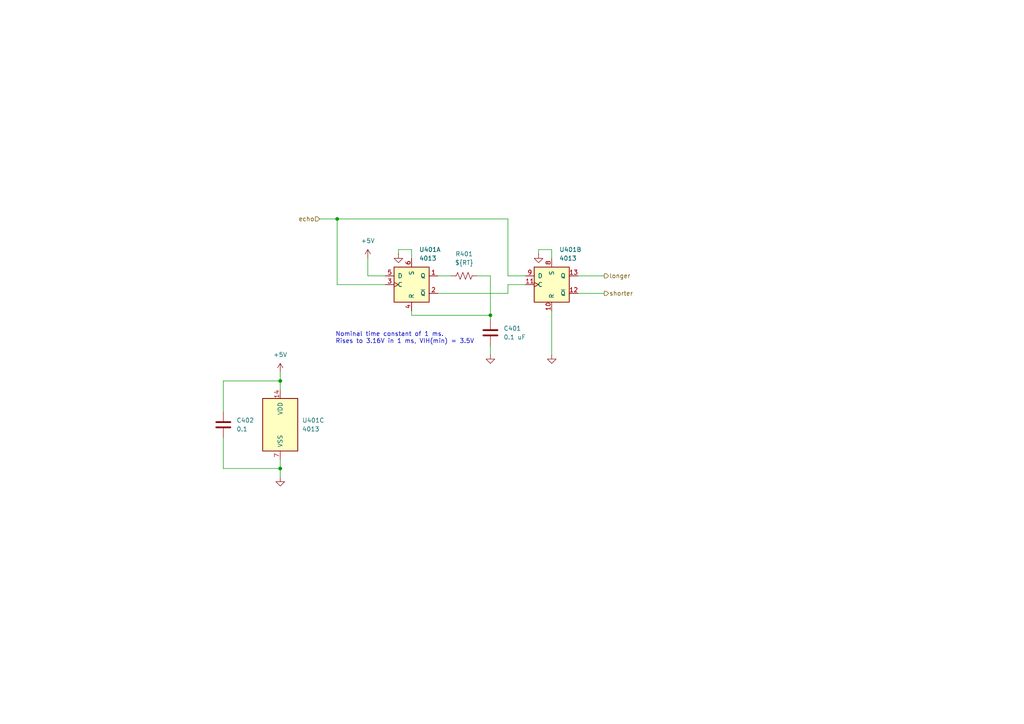
<source format=kicad_sch>
(kicad_sch
	(version 20250114)
	(generator "eeschema")
	(generator_version "9.0")
	(uuid "8c76e753-22f5-4931-903c-e3618dec590c")
	(paper "A4")
	(lib_symbols
		(symbol "4xxx:4013"
			(pin_names
				(offset 1.016)
			)
			(exclude_from_sim no)
			(in_bom yes)
			(on_board yes)
			(property "Reference" "U"
				(at -7.62 8.89 0)
				(effects
					(font
						(size 1.27 1.27)
					)
				)
			)
			(property "Value" "4013"
				(at -7.62 -8.89 0)
				(effects
					(font
						(size 1.27 1.27)
					)
				)
			)
			(property "Footprint" ""
				(at 0 0 0)
				(effects
					(font
						(size 1.27 1.27)
					)
					(hide yes)
				)
			)
			(property "Datasheet" "http://www.onsemi.com/pub/Collateral/MC14013B-D.PDF"
				(at 0 0 0)
				(effects
					(font
						(size 1.27 1.27)
					)
					(hide yes)
				)
			)
			(property "Description" "Dual D  FlipFlop, Set & reset"
				(at 0 0 0)
				(effects
					(font
						(size 1.27 1.27)
					)
					(hide yes)
				)
			)
			(property "ki_locked" ""
				(at 0 0 0)
				(effects
					(font
						(size 1.27 1.27)
					)
				)
			)
			(property "ki_keywords" "CMOS DFF"
				(at 0 0 0)
				(effects
					(font
						(size 1.27 1.27)
					)
					(hide yes)
				)
			)
			(property "ki_fp_filters" "DIP*W7.62mm* SOIC*3.9x9.9mm*P1.27mm* TSSOP*4.4x5mm*P0.65mm*"
				(at 0 0 0)
				(effects
					(font
						(size 1.27 1.27)
					)
					(hide yes)
				)
			)
			(symbol "4013_1_1"
				(rectangle
					(start -5.08 5.08)
					(end 5.08 -5.08)
					(stroke
						(width 0.254)
						(type default)
					)
					(fill
						(type background)
					)
				)
				(pin input line
					(at -7.62 2.54 0)
					(length 2.54)
					(name "D"
						(effects
							(font
								(size 1.27 1.27)
							)
						)
					)
					(number "5"
						(effects
							(font
								(size 1.27 1.27)
							)
						)
					)
				)
				(pin input clock
					(at -7.62 0 0)
					(length 2.54)
					(name "C"
						(effects
							(font
								(size 1.27 1.27)
							)
						)
					)
					(number "3"
						(effects
							(font
								(size 1.27 1.27)
							)
						)
					)
				)
				(pin input line
					(at 0 7.62 270)
					(length 2.54)
					(name "S"
						(effects
							(font
								(size 1.27 1.27)
							)
						)
					)
					(number "6"
						(effects
							(font
								(size 1.27 1.27)
							)
						)
					)
				)
				(pin input line
					(at 0 -7.62 90)
					(length 2.54)
					(name "R"
						(effects
							(font
								(size 1.27 1.27)
							)
						)
					)
					(number "4"
						(effects
							(font
								(size 1.27 1.27)
							)
						)
					)
				)
				(pin output line
					(at 7.62 2.54 180)
					(length 2.54)
					(name "Q"
						(effects
							(font
								(size 1.27 1.27)
							)
						)
					)
					(number "1"
						(effects
							(font
								(size 1.27 1.27)
							)
						)
					)
				)
				(pin output line
					(at 7.62 -2.54 180)
					(length 2.54)
					(name "~{Q}"
						(effects
							(font
								(size 1.27 1.27)
							)
						)
					)
					(number "2"
						(effects
							(font
								(size 1.27 1.27)
							)
						)
					)
				)
			)
			(symbol "4013_2_1"
				(rectangle
					(start -5.08 5.08)
					(end 5.08 -5.08)
					(stroke
						(width 0.254)
						(type default)
					)
					(fill
						(type background)
					)
				)
				(pin input line
					(at -7.62 2.54 0)
					(length 2.54)
					(name "D"
						(effects
							(font
								(size 1.27 1.27)
							)
						)
					)
					(number "9"
						(effects
							(font
								(size 1.27 1.27)
							)
						)
					)
				)
				(pin input clock
					(at -7.62 0 0)
					(length 2.54)
					(name "C"
						(effects
							(font
								(size 1.27 1.27)
							)
						)
					)
					(number "11"
						(effects
							(font
								(size 1.27 1.27)
							)
						)
					)
				)
				(pin input line
					(at 0 7.62 270)
					(length 2.54)
					(name "S"
						(effects
							(font
								(size 1.27 1.27)
							)
						)
					)
					(number "8"
						(effects
							(font
								(size 1.27 1.27)
							)
						)
					)
				)
				(pin input line
					(at 0 -7.62 90)
					(length 2.54)
					(name "R"
						(effects
							(font
								(size 1.27 1.27)
							)
						)
					)
					(number "10"
						(effects
							(font
								(size 1.27 1.27)
							)
						)
					)
				)
				(pin output line
					(at 7.62 2.54 180)
					(length 2.54)
					(name "Q"
						(effects
							(font
								(size 1.27 1.27)
							)
						)
					)
					(number "13"
						(effects
							(font
								(size 1.27 1.27)
							)
						)
					)
				)
				(pin output line
					(at 7.62 -2.54 180)
					(length 2.54)
					(name "~{Q}"
						(effects
							(font
								(size 1.27 1.27)
							)
						)
					)
					(number "12"
						(effects
							(font
								(size 1.27 1.27)
							)
						)
					)
				)
			)
			(symbol "4013_3_0"
				(pin power_in line
					(at 0 10.16 270)
					(length 2.54)
					(name "VDD"
						(effects
							(font
								(size 1.27 1.27)
							)
						)
					)
					(number "14"
						(effects
							(font
								(size 1.27 1.27)
							)
						)
					)
				)
				(pin power_in line
					(at 0 -10.16 90)
					(length 2.54)
					(name "VSS"
						(effects
							(font
								(size 1.27 1.27)
							)
						)
					)
					(number "7"
						(effects
							(font
								(size 1.27 1.27)
							)
						)
					)
				)
			)
			(symbol "4013_3_1"
				(rectangle
					(start -5.08 7.62)
					(end 5.08 -7.62)
					(stroke
						(width 0.254)
						(type default)
					)
					(fill
						(type background)
					)
				)
			)
			(embedded_fonts no)
		)
		(symbol "Device:C"
			(pin_numbers
				(hide yes)
			)
			(pin_names
				(offset 0.254)
			)
			(exclude_from_sim no)
			(in_bom yes)
			(on_board yes)
			(property "Reference" "C"
				(at 0.635 2.54 0)
				(effects
					(font
						(size 1.27 1.27)
					)
					(justify left)
				)
			)
			(property "Value" "C"
				(at 0.635 -2.54 0)
				(effects
					(font
						(size 1.27 1.27)
					)
					(justify left)
				)
			)
			(property "Footprint" ""
				(at 0.9652 -3.81 0)
				(effects
					(font
						(size 1.27 1.27)
					)
					(hide yes)
				)
			)
			(property "Datasheet" "~"
				(at 0 0 0)
				(effects
					(font
						(size 1.27 1.27)
					)
					(hide yes)
				)
			)
			(property "Description" "Unpolarized capacitor"
				(at 0 0 0)
				(effects
					(font
						(size 1.27 1.27)
					)
					(hide yes)
				)
			)
			(property "ki_keywords" "cap capacitor"
				(at 0 0 0)
				(effects
					(font
						(size 1.27 1.27)
					)
					(hide yes)
				)
			)
			(property "ki_fp_filters" "C_*"
				(at 0 0 0)
				(effects
					(font
						(size 1.27 1.27)
					)
					(hide yes)
				)
			)
			(symbol "C_0_1"
				(polyline
					(pts
						(xy -2.032 0.762) (xy 2.032 0.762)
					)
					(stroke
						(width 0.508)
						(type default)
					)
					(fill
						(type none)
					)
				)
				(polyline
					(pts
						(xy -2.032 -0.762) (xy 2.032 -0.762)
					)
					(stroke
						(width 0.508)
						(type default)
					)
					(fill
						(type none)
					)
				)
			)
			(symbol "C_1_1"
				(pin passive line
					(at 0 3.81 270)
					(length 2.794)
					(name "~"
						(effects
							(font
								(size 1.27 1.27)
							)
						)
					)
					(number "1"
						(effects
							(font
								(size 1.27 1.27)
							)
						)
					)
				)
				(pin passive line
					(at 0 -3.81 90)
					(length 2.794)
					(name "~"
						(effects
							(font
								(size 1.27 1.27)
							)
						)
					)
					(number "2"
						(effects
							(font
								(size 1.27 1.27)
							)
						)
					)
				)
			)
			(embedded_fonts no)
		)
		(symbol "Device:R_US"
			(pin_numbers
				(hide yes)
			)
			(pin_names
				(offset 0)
			)
			(exclude_from_sim no)
			(in_bom yes)
			(on_board yes)
			(property "Reference" "R"
				(at 2.54 0 90)
				(effects
					(font
						(size 1.27 1.27)
					)
				)
			)
			(property "Value" "R_US"
				(at -2.54 0 90)
				(effects
					(font
						(size 1.27 1.27)
					)
				)
			)
			(property "Footprint" ""
				(at 1.016 -0.254 90)
				(effects
					(font
						(size 1.27 1.27)
					)
					(hide yes)
				)
			)
			(property "Datasheet" "~"
				(at 0 0 0)
				(effects
					(font
						(size 1.27 1.27)
					)
					(hide yes)
				)
			)
			(property "Description" "Resistor, US symbol"
				(at 0 0 0)
				(effects
					(font
						(size 1.27 1.27)
					)
					(hide yes)
				)
			)
			(property "ki_keywords" "R res resistor"
				(at 0 0 0)
				(effects
					(font
						(size 1.27 1.27)
					)
					(hide yes)
				)
			)
			(property "ki_fp_filters" "R_*"
				(at 0 0 0)
				(effects
					(font
						(size 1.27 1.27)
					)
					(hide yes)
				)
			)
			(symbol "R_US_0_1"
				(polyline
					(pts
						(xy 0 2.286) (xy 0 2.54)
					)
					(stroke
						(width 0)
						(type default)
					)
					(fill
						(type none)
					)
				)
				(polyline
					(pts
						(xy 0 2.286) (xy 1.016 1.905) (xy 0 1.524) (xy -1.016 1.143) (xy 0 0.762)
					)
					(stroke
						(width 0)
						(type default)
					)
					(fill
						(type none)
					)
				)
				(polyline
					(pts
						(xy 0 0.762) (xy 1.016 0.381) (xy 0 0) (xy -1.016 -0.381) (xy 0 -0.762)
					)
					(stroke
						(width 0)
						(type default)
					)
					(fill
						(type none)
					)
				)
				(polyline
					(pts
						(xy 0 -0.762) (xy 1.016 -1.143) (xy 0 -1.524) (xy -1.016 -1.905) (xy 0 -2.286)
					)
					(stroke
						(width 0)
						(type default)
					)
					(fill
						(type none)
					)
				)
				(polyline
					(pts
						(xy 0 -2.286) (xy 0 -2.54)
					)
					(stroke
						(width 0)
						(type default)
					)
					(fill
						(type none)
					)
				)
			)
			(symbol "R_US_1_1"
				(pin passive line
					(at 0 3.81 270)
					(length 1.27)
					(name "~"
						(effects
							(font
								(size 1.27 1.27)
							)
						)
					)
					(number "1"
						(effects
							(font
								(size 1.27 1.27)
							)
						)
					)
				)
				(pin passive line
					(at 0 -3.81 90)
					(length 1.27)
					(name "~"
						(effects
							(font
								(size 1.27 1.27)
							)
						)
					)
					(number "2"
						(effects
							(font
								(size 1.27 1.27)
							)
						)
					)
				)
			)
			(embedded_fonts no)
		)
		(symbol "power:+5V"
			(power)
			(pin_numbers
				(hide yes)
			)
			(pin_names
				(offset 0)
				(hide yes)
			)
			(exclude_from_sim no)
			(in_bom yes)
			(on_board yes)
			(property "Reference" "#PWR"
				(at 0 -3.81 0)
				(effects
					(font
						(size 1.27 1.27)
					)
					(hide yes)
				)
			)
			(property "Value" "+5V"
				(at 0 3.556 0)
				(effects
					(font
						(size 1.27 1.27)
					)
				)
			)
			(property "Footprint" ""
				(at 0 0 0)
				(effects
					(font
						(size 1.27 1.27)
					)
					(hide yes)
				)
			)
			(property "Datasheet" ""
				(at 0 0 0)
				(effects
					(font
						(size 1.27 1.27)
					)
					(hide yes)
				)
			)
			(property "Description" "Power symbol creates a global label with name \"+5V\""
				(at 0 0 0)
				(effects
					(font
						(size 1.27 1.27)
					)
					(hide yes)
				)
			)
			(property "ki_keywords" "global power"
				(at 0 0 0)
				(effects
					(font
						(size 1.27 1.27)
					)
					(hide yes)
				)
			)
			(symbol "+5V_0_1"
				(polyline
					(pts
						(xy -0.762 1.27) (xy 0 2.54)
					)
					(stroke
						(width 0)
						(type default)
					)
					(fill
						(type none)
					)
				)
				(polyline
					(pts
						(xy 0 2.54) (xy 0.762 1.27)
					)
					(stroke
						(width 0)
						(type default)
					)
					(fill
						(type none)
					)
				)
				(polyline
					(pts
						(xy 0 0) (xy 0 2.54)
					)
					(stroke
						(width 0)
						(type default)
					)
					(fill
						(type none)
					)
				)
			)
			(symbol "+5V_1_1"
				(pin power_in line
					(at 0 0 90)
					(length 0)
					(name "~"
						(effects
							(font
								(size 1.27 1.27)
							)
						)
					)
					(number "1"
						(effects
							(font
								(size 1.27 1.27)
							)
						)
					)
				)
			)
			(embedded_fonts no)
		)
		(symbol "power:GND"
			(power)
			(pin_numbers
				(hide yes)
			)
			(pin_names
				(offset 0)
				(hide yes)
			)
			(exclude_from_sim no)
			(in_bom yes)
			(on_board yes)
			(property "Reference" "#PWR"
				(at 0 -6.35 0)
				(effects
					(font
						(size 1.27 1.27)
					)
					(hide yes)
				)
			)
			(property "Value" "GND"
				(at 0 -3.81 0)
				(effects
					(font
						(size 1.27 1.27)
					)
				)
			)
			(property "Footprint" ""
				(at 0 0 0)
				(effects
					(font
						(size 1.27 1.27)
					)
					(hide yes)
				)
			)
			(property "Datasheet" ""
				(at 0 0 0)
				(effects
					(font
						(size 1.27 1.27)
					)
					(hide yes)
				)
			)
			(property "Description" "Power symbol creates a global label with name \"GND\" , ground"
				(at 0 0 0)
				(effects
					(font
						(size 1.27 1.27)
					)
					(hide yes)
				)
			)
			(property "ki_keywords" "global power"
				(at 0 0 0)
				(effects
					(font
						(size 1.27 1.27)
					)
					(hide yes)
				)
			)
			(symbol "GND_0_1"
				(polyline
					(pts
						(xy 0 0) (xy 0 -1.27) (xy 1.27 -1.27) (xy 0 -2.54) (xy -1.27 -1.27) (xy 0 -1.27)
					)
					(stroke
						(width 0)
						(type default)
					)
					(fill
						(type none)
					)
				)
			)
			(symbol "GND_1_1"
				(pin power_in line
					(at 0 0 270)
					(length 0)
					(name "~"
						(effects
							(font
								(size 1.27 1.27)
							)
						)
					)
					(number "1"
						(effects
							(font
								(size 1.27 1.27)
							)
						)
					)
				)
			)
			(embedded_fonts no)
		)
		(symbol "power:VDD"
			(power)
			(pin_numbers
				(hide yes)
			)
			(pin_names
				(offset 0)
				(hide yes)
			)
			(exclude_from_sim no)
			(in_bom yes)
			(on_board yes)
			(property "Reference" "#PWR"
				(at 0 -3.81 0)
				(effects
					(font
						(size 1.27 1.27)
					)
					(hide yes)
				)
			)
			(property "Value" "VDD"
				(at 0 3.556 0)
				(effects
					(font
						(size 1.27 1.27)
					)
				)
			)
			(property "Footprint" ""
				(at 0 0 0)
				(effects
					(font
						(size 1.27 1.27)
					)
					(hide yes)
				)
			)
			(property "Datasheet" ""
				(at 0 0 0)
				(effects
					(font
						(size 1.27 1.27)
					)
					(hide yes)
				)
			)
			(property "Description" "Power symbol creates a global label with name \"VDD\""
				(at 0 0 0)
				(effects
					(font
						(size 1.27 1.27)
					)
					(hide yes)
				)
			)
			(property "ki_keywords" "global power"
				(at 0 0 0)
				(effects
					(font
						(size 1.27 1.27)
					)
					(hide yes)
				)
			)
			(symbol "VDD_0_1"
				(polyline
					(pts
						(xy -0.762 1.27) (xy 0 2.54)
					)
					(stroke
						(width 0)
						(type default)
					)
					(fill
						(type none)
					)
				)
				(polyline
					(pts
						(xy 0 2.54) (xy 0.762 1.27)
					)
					(stroke
						(width 0)
						(type default)
					)
					(fill
						(type none)
					)
				)
				(polyline
					(pts
						(xy 0 0) (xy 0 2.54)
					)
					(stroke
						(width 0)
						(type default)
					)
					(fill
						(type none)
					)
				)
			)
			(symbol "VDD_1_1"
				(pin power_in line
					(at 0 0 90)
					(length 0)
					(name "~"
						(effects
							(font
								(size 1.27 1.27)
							)
						)
					)
					(number "1"
						(effects
							(font
								(size 1.27 1.27)
							)
						)
					)
				)
			)
			(embedded_fonts no)
		)
	)
	(text "Nominal time constant of 1 ms.\nRises to 3.16V in 1 ms, VIH(min) = 3.5V"
		(exclude_from_sim no)
		(at 97.282 98.044 0)
		(effects
			(font
				(size 1.27 1.27)
			)
			(justify left)
		)
		(uuid "d40ff48f-b146-4e5f-afeb-be0b078eb7fd")
	)
	(junction
		(at 142.24 91.44)
		(diameter 0)
		(color 0 0 0 0)
		(uuid "508609ce-3255-4219-a1f6-231a6dd81205")
	)
	(junction
		(at 81.28 110.49)
		(diameter 0)
		(color 0 0 0 0)
		(uuid "827bdd0c-bca5-4432-93dd-b0930a03f8cd")
	)
	(junction
		(at 81.28 135.89)
		(diameter 0)
		(color 0 0 0 0)
		(uuid "af88dc7a-d843-453d-a227-4afd7782f710")
	)
	(junction
		(at 97.79 63.5)
		(diameter 0)
		(color 0 0 0 0)
		(uuid "c95aefea-2311-4a88-930a-e9ea9b5676d5")
	)
	(wire
		(pts
			(xy 142.24 91.44) (xy 142.24 92.71)
		)
		(stroke
			(width 0)
			(type default)
		)
		(uuid "010d7ed8-a783-4a0c-9466-4a13a27d21f8")
	)
	(wire
		(pts
			(xy 156.21 72.39) (xy 160.02 72.39)
		)
		(stroke
			(width 0)
			(type default)
		)
		(uuid "01eb5994-ab70-47d6-9a1f-16740547e97b")
	)
	(wire
		(pts
			(xy 142.24 102.87) (xy 142.24 100.33)
		)
		(stroke
			(width 0)
			(type default)
		)
		(uuid "07bf018d-925d-4f0b-9388-83ab114875b6")
	)
	(wire
		(pts
			(xy 64.77 135.89) (xy 81.28 135.89)
		)
		(stroke
			(width 0)
			(type default)
		)
		(uuid "092686df-d9c6-489a-bc63-bcf999755514")
	)
	(wire
		(pts
			(xy 119.38 91.44) (xy 142.24 91.44)
		)
		(stroke
			(width 0)
			(type default)
		)
		(uuid "18e4216a-aa74-42e6-ab2f-ce9a0cd9766b")
	)
	(wire
		(pts
			(xy 175.26 85.09) (xy 167.64 85.09)
		)
		(stroke
			(width 0)
			(type default)
		)
		(uuid "1aa1526c-31bc-40a9-a274-57030a16f57e")
	)
	(wire
		(pts
			(xy 106.68 80.01) (xy 111.76 80.01)
		)
		(stroke
			(width 0)
			(type default)
		)
		(uuid "1d1f8306-5743-4c86-9dc2-a45b08ca023d")
	)
	(wire
		(pts
			(xy 97.79 63.5) (xy 147.32 63.5)
		)
		(stroke
			(width 0)
			(type default)
		)
		(uuid "2304dc73-58cd-4dd0-a7c6-2826a830bef0")
	)
	(wire
		(pts
			(xy 147.32 85.09) (xy 147.32 82.55)
		)
		(stroke
			(width 0)
			(type default)
		)
		(uuid "2754c583-0f48-4436-b2eb-30b846a41870")
	)
	(wire
		(pts
			(xy 147.32 82.55) (xy 152.4 82.55)
		)
		(stroke
			(width 0)
			(type default)
		)
		(uuid "2d461135-b83a-4d94-ad76-741e5c00e23d")
	)
	(wire
		(pts
			(xy 97.79 63.5) (xy 97.79 82.55)
		)
		(stroke
			(width 0)
			(type default)
		)
		(uuid "2fd1e87e-ac61-4a1e-9bec-2d70f7986034")
	)
	(wire
		(pts
			(xy 97.79 82.55) (xy 111.76 82.55)
		)
		(stroke
			(width 0)
			(type default)
		)
		(uuid "332617cd-15ed-45e6-a00c-3d2f3c23f9a3")
	)
	(wire
		(pts
			(xy 127 80.01) (xy 130.81 80.01)
		)
		(stroke
			(width 0)
			(type default)
		)
		(uuid "348c19eb-c6ad-4873-bd7f-1759227447ac")
	)
	(wire
		(pts
			(xy 81.28 110.49) (xy 64.77 110.49)
		)
		(stroke
			(width 0)
			(type default)
		)
		(uuid "4371a2eb-2405-4ce8-9610-3d232a7ce4cc")
	)
	(wire
		(pts
			(xy 152.4 80.01) (xy 147.32 80.01)
		)
		(stroke
			(width 0)
			(type default)
		)
		(uuid "46597ed5-0bb7-497b-ad68-32f6b8ae5dee")
	)
	(wire
		(pts
			(xy 92.71 63.5) (xy 97.79 63.5)
		)
		(stroke
			(width 0)
			(type default)
		)
		(uuid "5425986b-5fe5-487d-940f-7e27955214a0")
	)
	(wire
		(pts
			(xy 106.68 74.93) (xy 106.68 80.01)
		)
		(stroke
			(width 0)
			(type default)
		)
		(uuid "577fe092-92fd-4f33-a4dd-fbe71a8e9b27")
	)
	(wire
		(pts
			(xy 175.26 80.01) (xy 167.64 80.01)
		)
		(stroke
			(width 0)
			(type default)
		)
		(uuid "585fde62-c7e6-4074-a1ef-f28b0d9587f3")
	)
	(wire
		(pts
			(xy 64.77 127) (xy 64.77 135.89)
		)
		(stroke
			(width 0)
			(type default)
		)
		(uuid "5e0fe6d0-99f3-4e5a-b2bf-09119a6a0ace")
	)
	(wire
		(pts
			(xy 81.28 110.49) (xy 81.28 113.03)
		)
		(stroke
			(width 0)
			(type default)
		)
		(uuid "693683a9-073c-4667-b119-0c964e7ab964")
	)
	(wire
		(pts
			(xy 160.02 72.39) (xy 160.02 74.93)
		)
		(stroke
			(width 0)
			(type default)
		)
		(uuid "6d608858-4986-44f8-8478-7395bd608c4c")
	)
	(wire
		(pts
			(xy 156.21 73.66) (xy 156.21 72.39)
		)
		(stroke
			(width 0)
			(type default)
		)
		(uuid "6e769539-0055-483f-91d3-e93f7ce76038")
	)
	(wire
		(pts
			(xy 115.57 72.39) (xy 119.38 72.39)
		)
		(stroke
			(width 0)
			(type default)
		)
		(uuid "7b8d59a1-0fbe-4ade-89d0-fa2a7d79f21c")
	)
	(wire
		(pts
			(xy 119.38 90.17) (xy 119.38 91.44)
		)
		(stroke
			(width 0)
			(type default)
		)
		(uuid "7bf38e8d-84f8-437f-9cd3-b8f6484db72c")
	)
	(wire
		(pts
			(xy 64.77 110.49) (xy 64.77 119.38)
		)
		(stroke
			(width 0)
			(type default)
		)
		(uuid "7e726c3e-ed64-46ca-943c-8a401f337352")
	)
	(wire
		(pts
			(xy 119.38 72.39) (xy 119.38 74.93)
		)
		(stroke
			(width 0)
			(type default)
		)
		(uuid "89f48b88-136f-48d9-a108-9db28251687e")
	)
	(wire
		(pts
			(xy 81.28 138.43) (xy 81.28 135.89)
		)
		(stroke
			(width 0)
			(type default)
		)
		(uuid "a183704a-ba2f-4486-86a7-f79a69fcc4c5")
	)
	(wire
		(pts
			(xy 138.43 80.01) (xy 142.24 80.01)
		)
		(stroke
			(width 0)
			(type default)
		)
		(uuid "a36a6236-fed3-4227-9f57-1d152901b905")
	)
	(wire
		(pts
			(xy 115.57 73.66) (xy 115.57 72.39)
		)
		(stroke
			(width 0)
			(type default)
		)
		(uuid "be2273b3-2558-404e-a717-4ef03450a674")
	)
	(wire
		(pts
			(xy 127 85.09) (xy 147.32 85.09)
		)
		(stroke
			(width 0)
			(type default)
		)
		(uuid "bfb3ffa6-d164-4e3e-819d-c8316d60ad1d")
	)
	(wire
		(pts
			(xy 147.32 80.01) (xy 147.32 63.5)
		)
		(stroke
			(width 0)
			(type default)
		)
		(uuid "c052e5de-3a06-44f5-83a0-2218c9ca2599")
	)
	(wire
		(pts
			(xy 142.24 80.01) (xy 142.24 91.44)
		)
		(stroke
			(width 0)
			(type default)
		)
		(uuid "d310b0b4-535b-4426-85f7-b1c422a7db81")
	)
	(wire
		(pts
			(xy 81.28 107.95) (xy 81.28 110.49)
		)
		(stroke
			(width 0)
			(type default)
		)
		(uuid "d7536a1f-615e-4831-b488-abdc2f684316")
	)
	(wire
		(pts
			(xy 160.02 102.87) (xy 160.02 90.17)
		)
		(stroke
			(width 0)
			(type default)
		)
		(uuid "ede28a4a-4fce-4701-9ff6-4cb10f2e7ee3")
	)
	(wire
		(pts
			(xy 81.28 133.35) (xy 81.28 135.89)
		)
		(stroke
			(width 0)
			(type default)
		)
		(uuid "f346f719-ce57-44b8-b2f3-b299171413e8")
	)
	(hierarchical_label "longer"
		(shape output)
		(at 175.26 80.01 0)
		(effects
			(font
				(size 1.27 1.27)
			)
			(justify left)
		)
		(uuid "22b870ab-db3c-4523-9054-541729e02fd6")
	)
	(hierarchical_label "echo"
		(shape input)
		(at 92.71 63.5 180)
		(effects
			(font
				(size 1.27 1.27)
			)
			(justify right)
		)
		(uuid "5780ac19-60a1-4f86-9c8b-0dc5c13fc3a0")
	)
	(hierarchical_label "shorter"
		(shape output)
		(at 175.26 85.09 0)
		(effects
			(font
				(size 1.27 1.27)
			)
			(justify left)
		)
		(uuid "e3149e92-fc2b-41e4-80aa-7053f8e04a2c")
	)
	(symbol
		(lib_id "power:GND")
		(at 160.02 102.87 0)
		(unit 1)
		(exclude_from_sim no)
		(in_bom yes)
		(on_board yes)
		(dnp no)
		(fields_autoplaced yes)
		(uuid "0a499ec0-5ef5-4074-812c-2e202415f15b")
		(property "Reference" "#PWR0405"
			(at 160.02 109.22 0)
			(effects
				(font
					(size 1.27 1.27)
				)
				(hide yes)
			)
		)
		(property "Value" "GND"
			(at 160.02 107.95 0)
			(effects
				(font
					(size 1.27 1.27)
				)
				(hide yes)
			)
		)
		(property "Footprint" ""
			(at 160.02 102.87 0)
			(effects
				(font
					(size 1.27 1.27)
				)
				(hide yes)
			)
		)
		(property "Datasheet" ""
			(at 160.02 102.87 0)
			(effects
				(font
					(size 1.27 1.27)
				)
				(hide yes)
			)
		)
		(property "Description" "Power symbol creates a global label with name \"GND\" , ground"
			(at 160.02 102.87 0)
			(effects
				(font
					(size 1.27 1.27)
				)
				(hide yes)
			)
		)
		(pin "1"
			(uuid "a64a35f5-0bdf-4a7d-a17c-2afa9342e551")
		)
		(instances
			(project "garagelights"
				(path "/8304b3b7-1ae3-4935-a8ef-a9ab1b0a3004/6240c978-1cf4-4ae5-a0f9-33f212c0df44"
					(reference "#PWR0405")
					(unit 1)
				)
				(path "/8304b3b7-1ae3-4935-a8ef-a9ab1b0a3004/81109504-0ee4-4d5a-b933-c1a979774060"
					(reference "#PWR0505")
					(unit 1)
				)
			)
		)
	)
	(symbol
		(lib_id "Device:C")
		(at 142.24 96.52 0)
		(unit 1)
		(exclude_from_sim no)
		(in_bom yes)
		(on_board yes)
		(dnp no)
		(fields_autoplaced yes)
		(uuid "0f2cf923-8ced-4815-9133-999db25da9c7")
		(property "Reference" "C401"
			(at 146.05 95.2499 0)
			(effects
				(font
					(size 1.27 1.27)
				)
				(justify left)
			)
		)
		(property "Value" "0.1 uF"
			(at 146.05 97.7899 0)
			(effects
				(font
					(size 1.27 1.27)
				)
				(justify left)
			)
		)
		(property "Footprint" ""
			(at 143.2052 100.33 0)
			(effects
				(font
					(size 1.27 1.27)
				)
				(hide yes)
			)
		)
		(property "Datasheet" "~"
			(at 142.24 96.52 0)
			(effects
				(font
					(size 1.27 1.27)
				)
				(hide yes)
			)
		)
		(property "Description" "Unpolarized capacitor"
			(at 142.24 96.52 0)
			(effects
				(font
					(size 1.27 1.27)
				)
				(hide yes)
			)
		)
		(pin "1"
			(uuid "f8f40747-3568-42c2-9f1f-8f8b67e63771")
		)
		(pin "2"
			(uuid "469e1a6f-55a0-4a60-b496-fd7dc4cfedcd")
		)
		(instances
			(project "garagelights"
				(path "/8304b3b7-1ae3-4935-a8ef-a9ab1b0a3004/6240c978-1cf4-4ae5-a0f9-33f212c0df44"
					(reference "C401")
					(unit 1)
				)
				(path "/8304b3b7-1ae3-4935-a8ef-a9ab1b0a3004/81109504-0ee4-4d5a-b933-c1a979774060"
					(reference "C501")
					(unit 1)
				)
			)
		)
	)
	(symbol
		(lib_id "Device:R_US")
		(at 134.62 80.01 90)
		(unit 1)
		(exclude_from_sim no)
		(in_bom yes)
		(on_board yes)
		(dnp no)
		(fields_autoplaced yes)
		(uuid "1e5401e7-772b-4ff3-9feb-8dcbef916352")
		(property "Reference" "R401"
			(at 134.62 73.66 90)
			(effects
				(font
					(size 1.27 1.27)
				)
			)
		)
		(property "Value" "${RT}"
			(at 134.62 76.2 90)
			(effects
				(font
					(size 1.27 1.27)
				)
			)
		)
		(property "Footprint" ""
			(at 134.874 78.994 90)
			(effects
				(font
					(size 1.27 1.27)
				)
				(hide yes)
			)
		)
		(property "Datasheet" "~"
			(at 134.62 80.01 0)
			(effects
				(font
					(size 1.27 1.27)
				)
				(hide yes)
			)
		)
		(property "Description" "Resistor, US symbol"
			(at 134.62 80.01 0)
			(effects
				(font
					(size 1.27 1.27)
				)
				(hide yes)
			)
		)
		(pin "2"
			(uuid "70871cf9-bd1f-4aa3-a232-9d274aa77c7f")
		)
		(pin "1"
			(uuid "a2b032db-17d1-49ed-a82e-c2674719b03a")
		)
		(instances
			(project "garagelights"
				(path "/8304b3b7-1ae3-4935-a8ef-a9ab1b0a3004/6240c978-1cf4-4ae5-a0f9-33f212c0df44"
					(reference "R401")
					(unit 1)
				)
				(path "/8304b3b7-1ae3-4935-a8ef-a9ab1b0a3004/81109504-0ee4-4d5a-b933-c1a979774060"
					(reference "R501")
					(unit 1)
				)
			)
		)
	)
	(symbol
		(lib_id "power:GND")
		(at 156.21 73.66 0)
		(unit 1)
		(exclude_from_sim no)
		(in_bom yes)
		(on_board yes)
		(dnp no)
		(fields_autoplaced yes)
		(uuid "2e9397e9-11da-4d89-9d07-5eaf33302e38")
		(property "Reference" "#PWR0402"
			(at 156.21 80.01 0)
			(effects
				(font
					(size 1.27 1.27)
				)
				(hide yes)
			)
		)
		(property "Value" "GND"
			(at 156.21 78.74 0)
			(effects
				(font
					(size 1.27 1.27)
				)
				(hide yes)
			)
		)
		(property "Footprint" ""
			(at 156.21 73.66 0)
			(effects
				(font
					(size 1.27 1.27)
				)
				(hide yes)
			)
		)
		(property "Datasheet" ""
			(at 156.21 73.66 0)
			(effects
				(font
					(size 1.27 1.27)
				)
				(hide yes)
			)
		)
		(property "Description" "Power symbol creates a global label with name \"GND\" , ground"
			(at 156.21 73.66 0)
			(effects
				(font
					(size 1.27 1.27)
				)
				(hide yes)
			)
		)
		(pin "1"
			(uuid "280eabec-90d7-448c-87fb-4be15d436117")
		)
		(instances
			(project "garagelights"
				(path "/8304b3b7-1ae3-4935-a8ef-a9ab1b0a3004/6240c978-1cf4-4ae5-a0f9-33f212c0df44"
					(reference "#PWR0402")
					(unit 1)
				)
				(path "/8304b3b7-1ae3-4935-a8ef-a9ab1b0a3004/81109504-0ee4-4d5a-b933-c1a979774060"
					(reference "#PWR0502")
					(unit 1)
				)
			)
		)
	)
	(symbol
		(lib_id "power:+5V")
		(at 81.28 107.95 0)
		(unit 1)
		(exclude_from_sim no)
		(in_bom yes)
		(on_board yes)
		(dnp no)
		(fields_autoplaced yes)
		(uuid "40265d94-ced7-4f2b-9ea8-b07b63988727")
		(property "Reference" "#PWR0406"
			(at 81.28 111.76 0)
			(effects
				(font
					(size 1.27 1.27)
				)
				(hide yes)
			)
		)
		(property "Value" "+5V"
			(at 81.28 102.87 0)
			(effects
				(font
					(size 1.27 1.27)
				)
			)
		)
		(property "Footprint" ""
			(at 81.28 107.95 0)
			(effects
				(font
					(size 1.27 1.27)
				)
				(hide yes)
			)
		)
		(property "Datasheet" ""
			(at 81.28 107.95 0)
			(effects
				(font
					(size 1.27 1.27)
				)
				(hide yes)
			)
		)
		(property "Description" "Power symbol creates a global label with name \"+5V\""
			(at 81.28 107.95 0)
			(effects
				(font
					(size 1.27 1.27)
				)
				(hide yes)
			)
		)
		(pin "1"
			(uuid "712d79e8-7516-4ae6-96f9-8bc26a6f0dea")
		)
		(instances
			(project "garagelights"
				(path "/8304b3b7-1ae3-4935-a8ef-a9ab1b0a3004/6240c978-1cf4-4ae5-a0f9-33f212c0df44"
					(reference "#PWR0406")
					(unit 1)
				)
				(path "/8304b3b7-1ae3-4935-a8ef-a9ab1b0a3004/81109504-0ee4-4d5a-b933-c1a979774060"
					(reference "#PWR0506")
					(unit 1)
				)
			)
		)
	)
	(symbol
		(lib_id "power:GND")
		(at 142.24 102.87 0)
		(unit 1)
		(exclude_from_sim no)
		(in_bom yes)
		(on_board yes)
		(dnp no)
		(fields_autoplaced yes)
		(uuid "41b0f218-8da7-42d7-9fd7-f617b640c644")
		(property "Reference" "#PWR0404"
			(at 142.24 109.22 0)
			(effects
				(font
					(size 1.27 1.27)
				)
				(hide yes)
			)
		)
		(property "Value" "GND"
			(at 142.24 107.95 0)
			(effects
				(font
					(size 1.27 1.27)
				)
				(hide yes)
			)
		)
		(property "Footprint" ""
			(at 142.24 102.87 0)
			(effects
				(font
					(size 1.27 1.27)
				)
				(hide yes)
			)
		)
		(property "Datasheet" ""
			(at 142.24 102.87 0)
			(effects
				(font
					(size 1.27 1.27)
				)
				(hide yes)
			)
		)
		(property "Description" "Power symbol creates a global label with name \"GND\" , ground"
			(at 142.24 102.87 0)
			(effects
				(font
					(size 1.27 1.27)
				)
				(hide yes)
			)
		)
		(pin "1"
			(uuid "1f292ac8-9295-407a-8a49-cbb571def7db")
		)
		(instances
			(project "garagelights"
				(path "/8304b3b7-1ae3-4935-a8ef-a9ab1b0a3004/6240c978-1cf4-4ae5-a0f9-33f212c0df44"
					(reference "#PWR0404")
					(unit 1)
				)
				(path "/8304b3b7-1ae3-4935-a8ef-a9ab1b0a3004/81109504-0ee4-4d5a-b933-c1a979774060"
					(reference "#PWR0504")
					(unit 1)
				)
			)
		)
	)
	(symbol
		(lib_id "Device:C")
		(at 64.77 123.19 0)
		(unit 1)
		(exclude_from_sim no)
		(in_bom yes)
		(on_board yes)
		(dnp no)
		(fields_autoplaced yes)
		(uuid "5d39e804-0b3a-48a3-a71c-b1e5bdd5a297")
		(property "Reference" "C402"
			(at 68.58 121.9199 0)
			(effects
				(font
					(size 1.27 1.27)
				)
				(justify left)
			)
		)
		(property "Value" "0.1"
			(at 68.58 124.4599 0)
			(effects
				(font
					(size 1.27 1.27)
				)
				(justify left)
			)
		)
		(property "Footprint" ""
			(at 65.7352 127 0)
			(effects
				(font
					(size 1.27 1.27)
				)
				(hide yes)
			)
		)
		(property "Datasheet" "~"
			(at 64.77 123.19 0)
			(effects
				(font
					(size 1.27 1.27)
				)
				(hide yes)
			)
		)
		(property "Description" "Unpolarized capacitor"
			(at 64.77 123.19 0)
			(effects
				(font
					(size 1.27 1.27)
				)
				(hide yes)
			)
		)
		(pin "1"
			(uuid "57a96c44-c6c2-4208-88b6-98f036b17d1e")
		)
		(pin "2"
			(uuid "be69e546-7f26-47be-b068-a15b41367eca")
		)
		(instances
			(project "garagelights"
				(path "/8304b3b7-1ae3-4935-a8ef-a9ab1b0a3004/6240c978-1cf4-4ae5-a0f9-33f212c0df44"
					(reference "C402")
					(unit 1)
				)
				(path "/8304b3b7-1ae3-4935-a8ef-a9ab1b0a3004/81109504-0ee4-4d5a-b933-c1a979774060"
					(reference "C502")
					(unit 1)
				)
			)
		)
	)
	(symbol
		(lib_id "4xxx:4013")
		(at 81.28 123.19 0)
		(unit 3)
		(exclude_from_sim no)
		(in_bom yes)
		(on_board yes)
		(dnp no)
		(fields_autoplaced yes)
		(uuid "667e0911-ecdc-4b8b-96ae-106a96512548")
		(property "Reference" "U401"
			(at 87.63 121.9199 0)
			(effects
				(font
					(size 1.27 1.27)
				)
				(justify left)
			)
		)
		(property "Value" "4013"
			(at 87.63 124.4599 0)
			(effects
				(font
					(size 1.27 1.27)
				)
				(justify left)
			)
		)
		(property "Footprint" ""
			(at 81.28 123.19 0)
			(effects
				(font
					(size 1.27 1.27)
				)
				(hide yes)
			)
		)
		(property "Datasheet" "http://www.onsemi.com/pub/Collateral/MC14013B-D.PDF"
			(at 81.28 123.19 0)
			(effects
				(font
					(size 1.27 1.27)
				)
				(hide yes)
			)
		)
		(property "Description" "Dual D  FlipFlop, Set & reset"
			(at 81.28 123.19 0)
			(effects
				(font
					(size 1.27 1.27)
				)
				(hide yes)
			)
		)
		(pin "1"
			(uuid "671c7141-7f22-4435-beed-667bd3efa981")
		)
		(pin "4"
			(uuid "37c989a3-4df6-483b-babd-5ff9685d3635")
		)
		(pin "6"
			(uuid "fb2ca02c-e1d4-46ae-9fdd-515719bc2a1a")
		)
		(pin "14"
			(uuid "a014f383-bbaf-4464-9689-d94afc12a276")
		)
		(pin "7"
			(uuid "f1fdb0bd-f387-4fac-87b8-aabe560f6aa7")
		)
		(pin "10"
			(uuid "21e3ee5b-57bb-4efd-b9da-59a41d9e2a1f")
		)
		(pin "13"
			(uuid "692a5435-2921-4eae-91d9-b3f64e01377e")
		)
		(pin "3"
			(uuid "e042206d-a334-4754-9257-b42afe262d9e")
		)
		(pin "2"
			(uuid "4d63dd00-660d-4052-bfb4-c2e887bacd43")
		)
		(pin "5"
			(uuid "285b94ce-ce37-4f6a-9387-bd136e738430")
		)
		(pin "11"
			(uuid "b3e01b2b-abfb-44f7-a4f5-82c02bea842d")
		)
		(pin "9"
			(uuid "cff19506-0a76-41d2-971a-68996a55b8e6")
		)
		(pin "8"
			(uuid "0137f940-e337-4789-8405-8f0d8db9a562")
		)
		(pin "12"
			(uuid "2055544f-3e67-474f-a802-338486075fec")
		)
		(instances
			(project "garagelights"
				(path "/8304b3b7-1ae3-4935-a8ef-a9ab1b0a3004/6240c978-1cf4-4ae5-a0f9-33f212c0df44"
					(reference "U401")
					(unit 3)
				)
				(path "/8304b3b7-1ae3-4935-a8ef-a9ab1b0a3004/81109504-0ee4-4d5a-b933-c1a979774060"
					(reference "U501")
					(unit 3)
				)
			)
		)
	)
	(symbol
		(lib_id "power:GND")
		(at 115.57 73.66 0)
		(unit 1)
		(exclude_from_sim no)
		(in_bom yes)
		(on_board yes)
		(dnp no)
		(fields_autoplaced yes)
		(uuid "8632294e-c08e-4984-9708-fd6dd66c3f65")
		(property "Reference" "#PWR0401"
			(at 115.57 80.01 0)
			(effects
				(font
					(size 1.27 1.27)
				)
				(hide yes)
			)
		)
		(property "Value" "GND"
			(at 115.57 78.74 0)
			(effects
				(font
					(size 1.27 1.27)
				)
				(hide yes)
			)
		)
		(property "Footprint" ""
			(at 115.57 73.66 0)
			(effects
				(font
					(size 1.27 1.27)
				)
				(hide yes)
			)
		)
		(property "Datasheet" ""
			(at 115.57 73.66 0)
			(effects
				(font
					(size 1.27 1.27)
				)
				(hide yes)
			)
		)
		(property "Description" "Power symbol creates a global label with name \"GND\" , ground"
			(at 115.57 73.66 0)
			(effects
				(font
					(size 1.27 1.27)
				)
				(hide yes)
			)
		)
		(pin "1"
			(uuid "58da937b-281c-4c54-a2eb-6fb140b468db")
		)
		(instances
			(project "garagelights"
				(path "/8304b3b7-1ae3-4935-a8ef-a9ab1b0a3004/6240c978-1cf4-4ae5-a0f9-33f212c0df44"
					(reference "#PWR0401")
					(unit 1)
				)
				(path "/8304b3b7-1ae3-4935-a8ef-a9ab1b0a3004/81109504-0ee4-4d5a-b933-c1a979774060"
					(reference "#PWR0501")
					(unit 1)
				)
			)
		)
	)
	(symbol
		(lib_id "power:VDD")
		(at 106.68 74.93 0)
		(unit 1)
		(exclude_from_sim no)
		(in_bom yes)
		(on_board yes)
		(dnp no)
		(fields_autoplaced yes)
		(uuid "b2726d88-268e-4722-8e4a-7b22fc2b6bbd")
		(property "Reference" "#PWR0403"
			(at 106.68 78.74 0)
			(effects
				(font
					(size 1.27 1.27)
				)
				(hide yes)
			)
		)
		(property "Value" "+5V"
			(at 106.68 69.85 0)
			(effects
				(font
					(size 1.27 1.27)
				)
			)
		)
		(property "Footprint" ""
			(at 106.68 74.93 0)
			(effects
				(font
					(size 1.27 1.27)
				)
				(hide yes)
			)
		)
		(property "Datasheet" ""
			(at 106.68 74.93 0)
			(effects
				(font
					(size 1.27 1.27)
				)
				(hide yes)
			)
		)
		(property "Description" "Power symbol creates a global label with name \"VDD\""
			(at 106.68 74.93 0)
			(effects
				(font
					(size 1.27 1.27)
				)
				(hide yes)
			)
		)
		(pin "1"
			(uuid "f01f99a0-28e9-4751-9f93-1e6d426b9dfe")
		)
		(instances
			(project "garagelights"
				(path "/8304b3b7-1ae3-4935-a8ef-a9ab1b0a3004/6240c978-1cf4-4ae5-a0f9-33f212c0df44"
					(reference "#PWR0403")
					(unit 1)
				)
				(path "/8304b3b7-1ae3-4935-a8ef-a9ab1b0a3004/81109504-0ee4-4d5a-b933-c1a979774060"
					(reference "#PWR0503")
					(unit 1)
				)
			)
		)
	)
	(symbol
		(lib_id "4xxx:4013")
		(at 160.02 82.55 0)
		(unit 2)
		(exclude_from_sim no)
		(in_bom yes)
		(on_board yes)
		(dnp no)
		(fields_autoplaced yes)
		(uuid "b3e96502-6fc4-499b-a3be-e6a7c4a9ade2")
		(property "Reference" "U401"
			(at 162.2141 72.39 0)
			(effects
				(font
					(size 1.27 1.27)
				)
				(justify left)
			)
		)
		(property "Value" "4013"
			(at 162.2141 74.93 0)
			(effects
				(font
					(size 1.27 1.27)
				)
				(justify left)
			)
		)
		(property "Footprint" ""
			(at 160.02 82.55 0)
			(effects
				(font
					(size 1.27 1.27)
				)
				(hide yes)
			)
		)
		(property "Datasheet" "http://www.onsemi.com/pub/Collateral/MC14013B-D.PDF"
			(at 160.02 82.55 0)
			(effects
				(font
					(size 1.27 1.27)
				)
				(hide yes)
			)
		)
		(property "Description" "Dual D  FlipFlop, Set & reset"
			(at 160.02 82.55 0)
			(effects
				(font
					(size 1.27 1.27)
				)
				(hide yes)
			)
		)
		(pin "1"
			(uuid "671c7141-7f22-4435-beed-667bd3efa97f")
		)
		(pin "4"
			(uuid "37c989a3-4df6-483b-babd-5ff9685d3633")
		)
		(pin "6"
			(uuid "fb2ca02c-e1d4-46ae-9fdd-515719bc2a18")
		)
		(pin "14"
			(uuid "2d42c4b4-b559-4f21-b988-7f9ff2bc2613")
		)
		(pin "7"
			(uuid "894a6cd5-1846-4280-bc92-fc9bccd612c4")
		)
		(pin "10"
			(uuid "59a55710-4206-41b1-8da0-ec904a184496")
		)
		(pin "13"
			(uuid "9d9c669f-f72d-4dce-bde2-f3d2f5fe1362")
		)
		(pin "3"
			(uuid "e042206d-a334-4754-9257-b42afe262d9c")
		)
		(pin "2"
			(uuid "4d63dd00-660d-4052-bfb4-c2e887bacd41")
		)
		(pin "5"
			(uuid "285b94ce-ce37-4f6a-9387-bd136e73842e")
		)
		(pin "11"
			(uuid "4b819b9c-c15a-4fc2-9eb3-432b2dc64693")
		)
		(pin "9"
			(uuid "400d4096-362b-412f-88a3-c530a9c538e7")
		)
		(pin "8"
			(uuid "0b0af35a-abda-4c70-8a7e-fef254ca8e00")
		)
		(pin "12"
			(uuid "e373cde1-1efe-4845-8b8f-1682901a65e7")
		)
		(instances
			(project "garagelights"
				(path "/8304b3b7-1ae3-4935-a8ef-a9ab1b0a3004/6240c978-1cf4-4ae5-a0f9-33f212c0df44"
					(reference "U401")
					(unit 2)
				)
				(path "/8304b3b7-1ae3-4935-a8ef-a9ab1b0a3004/81109504-0ee4-4d5a-b933-c1a979774060"
					(reference "U501")
					(unit 2)
				)
			)
		)
	)
	(symbol
		(lib_id "power:GND")
		(at 81.28 138.43 0)
		(unit 1)
		(exclude_from_sim no)
		(in_bom yes)
		(on_board yes)
		(dnp no)
		(fields_autoplaced yes)
		(uuid "bbcb525b-5b99-4eeb-81ba-39f738778eeb")
		(property "Reference" "#PWR0407"
			(at 81.28 144.78 0)
			(effects
				(font
					(size 1.27 1.27)
				)
				(hide yes)
			)
		)
		(property "Value" "GND"
			(at 81.28 143.51 0)
			(effects
				(font
					(size 1.27 1.27)
				)
				(hide yes)
			)
		)
		(property "Footprint" ""
			(at 81.28 138.43 0)
			(effects
				(font
					(size 1.27 1.27)
				)
				(hide yes)
			)
		)
		(property "Datasheet" ""
			(at 81.28 138.43 0)
			(effects
				(font
					(size 1.27 1.27)
				)
				(hide yes)
			)
		)
		(property "Description" "Power symbol creates a global label with name \"GND\" , ground"
			(at 81.28 138.43 0)
			(effects
				(font
					(size 1.27 1.27)
				)
				(hide yes)
			)
		)
		(pin "1"
			(uuid "681980bf-ff89-4c89-9844-79babf7aa29d")
		)
		(instances
			(project "garagelights"
				(path "/8304b3b7-1ae3-4935-a8ef-a9ab1b0a3004/6240c978-1cf4-4ae5-a0f9-33f212c0df44"
					(reference "#PWR0407")
					(unit 1)
				)
				(path "/8304b3b7-1ae3-4935-a8ef-a9ab1b0a3004/81109504-0ee4-4d5a-b933-c1a979774060"
					(reference "#PWR0507")
					(unit 1)
				)
			)
		)
	)
	(symbol
		(lib_id "4xxx:4013")
		(at 119.38 82.55 0)
		(unit 1)
		(exclude_from_sim no)
		(in_bom yes)
		(on_board yes)
		(dnp no)
		(fields_autoplaced yes)
		(uuid "d70664cf-f94b-49ed-9d86-541f46652ee6")
		(property "Reference" "U401"
			(at 121.5741 72.39 0)
			(effects
				(font
					(size 1.27 1.27)
				)
				(justify left)
			)
		)
		(property "Value" "4013"
			(at 121.5741 74.93 0)
			(effects
				(font
					(size 1.27 1.27)
				)
				(justify left)
			)
		)
		(property "Footprint" ""
			(at 119.38 82.55 0)
			(effects
				(font
					(size 1.27 1.27)
				)
				(hide yes)
			)
		)
		(property "Datasheet" "http://www.onsemi.com/pub/Collateral/MC14013B-D.PDF"
			(at 119.38 82.55 0)
			(effects
				(font
					(size 1.27 1.27)
				)
				(hide yes)
			)
		)
		(property "Description" "Dual D  FlipFlop, Set & reset"
			(at 119.38 82.55 0)
			(effects
				(font
					(size 1.27 1.27)
				)
				(hide yes)
			)
		)
		(pin "1"
			(uuid "a503935f-9d47-4b33-bc58-282db48ff4cf")
		)
		(pin "4"
			(uuid "c36ea14c-2f29-4c99-87ad-a408eaf3fc17")
		)
		(pin "6"
			(uuid "2cd5432a-779d-4927-b7d6-20b874941c29")
		)
		(pin "14"
			(uuid "2d42c4b4-b559-4f21-b988-7f9ff2bc2614")
		)
		(pin "7"
			(uuid "894a6cd5-1846-4280-bc92-fc9bccd612c5")
		)
		(pin "10"
			(uuid "21e3ee5b-57bb-4efd-b9da-59a41d9e2a1e")
		)
		(pin "13"
			(uuid "692a5435-2921-4eae-91d9-b3f64e01377d")
		)
		(pin "3"
			(uuid "4f39588c-a080-4f00-a2cb-4d554ec34d18")
		)
		(pin "2"
			(uuid "8dbb40f9-a236-4caf-bdad-97fbe10b645a")
		)
		(pin "5"
			(uuid "0bc147b5-b9b1-4dc3-8a15-ec1e95cd9c0b")
		)
		(pin "11"
			(uuid "b3e01b2b-abfb-44f7-a4f5-82c02bea842c")
		)
		(pin "9"
			(uuid "cff19506-0a76-41d2-971a-68996a55b8e5")
		)
		(pin "8"
			(uuid "0137f940-e337-4789-8405-8f0d8db9a561")
		)
		(pin "12"
			(uuid "2055544f-3e67-474f-a802-338486075feb")
		)
		(instances
			(project "garagelights"
				(path "/8304b3b7-1ae3-4935-a8ef-a9ab1b0a3004/6240c978-1cf4-4ae5-a0f9-33f212c0df44"
					(reference "U401")
					(unit 1)
				)
				(path "/8304b3b7-1ae3-4935-a8ef-a9ab1b0a3004/81109504-0ee4-4d5a-b933-c1a979774060"
					(reference "U501")
					(unit 1)
				)
			)
		)
	)
)

</source>
